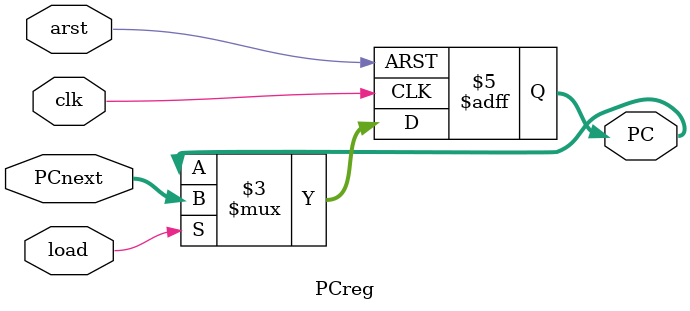
<source format=v>
module PCreg(
		input [31:0] PCnext,
		input clk, arst, load,
		output reg [31:0] PC);
		
	always @(posedge clk, negedge arst)
	begin
		if (!arst) begin
			PC <= 32'b0;
		end
		else if (load) begin
			PC <= PCnext;
		end
	end
	
endmodule
</source>
